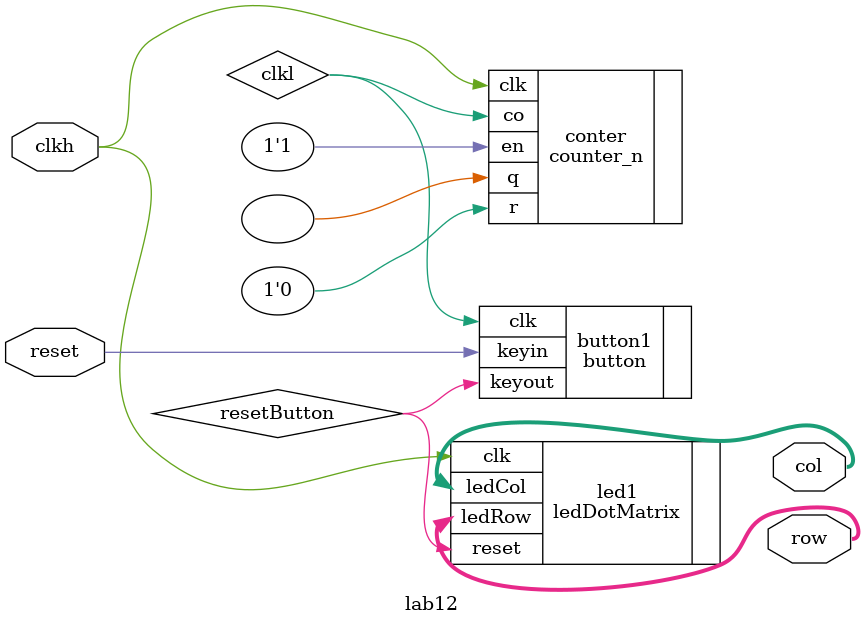
<source format=v>
module lab12 (
    input clkh , reset,
    output [7:0] col , row
);

    
    wire clkl;
    
    counter_n #(.n(48829) , .counter_bits(16)) conter(.clk(clkh) , .r(1'b0) , .en(1'b1) , .q() , .co(clkl));

    wire resetButton;
    button button1(.keyin(reset) , .clk(clkl) , .keyout(resetButton));

    ledDotMatrix led1(.clk(clkh) , .reset(resetButton) , .ledRow(row) , .ledCol(col));
    
endmodule
</source>
